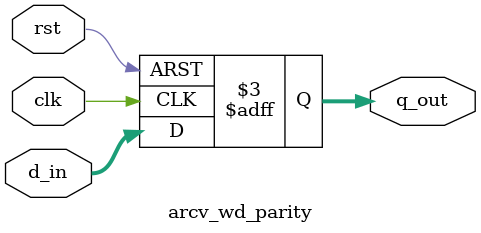
<source format=v>


// Configuration-dependent macro definitions
//
`include "defines.v"
`include "const.def"


module arcv_wd_parity 
#(parameter WD_REG_WIDTH=32,
  parameter WD_REG_DEFAULT=32'b0
 ) 
(
// spyglass disable_block FlopDataConstant MaxFanout
// spyglass disable_block SelfAssignment-ML
// spyglass disable_block NoExprInPort-ML UnUsedFlopOutput-ML
// spyglass disable_block Clock_info03a
// spyglass disable_block Ac_conv01
// spyglass disable_block Reset_sync02
// spyglass disable_block STARC05-1.3.1.3
// SMD: Do not use asynchronous reset/preset signals as non-reset/preset or synchronous reset/preset signals
// SJ: Reset sync dff is driving both parity checking and wdt async reset
//
////////// General input signals ///////////////////////////////////////////
    input [WD_REG_WIDTH-1:0] d_in,
    input                    clk,
    input                    rst,
  ////// Outputs /////////////////////////////////////////////

    output reg [WD_REG_WIDTH-1:0] q_out
  );




always @(posedge clk or posedge rst)
begin : wd_reg_PROC
  if (rst == 1'b1)
  begin
    q_out <= WD_REG_DEFAULT;
  end
  else
  begin
                q_out <= d_in;

  end
end


// spyglass enable_block NoExprInPort-ML UnUsedFlopOutput-ML
// spyglass enable_block FlopDataConstant MaxFanout
// spyglass enable_block SelfAssignment-ML
// spyglass enable_block Clock_info03a
// spyglass enable_block Ac_conv01
// spyglass enable_block Reset_sync02
// spyglass enable_block STARC05-1.3.1.3

endmodule //arcv_wd_parity


</source>
